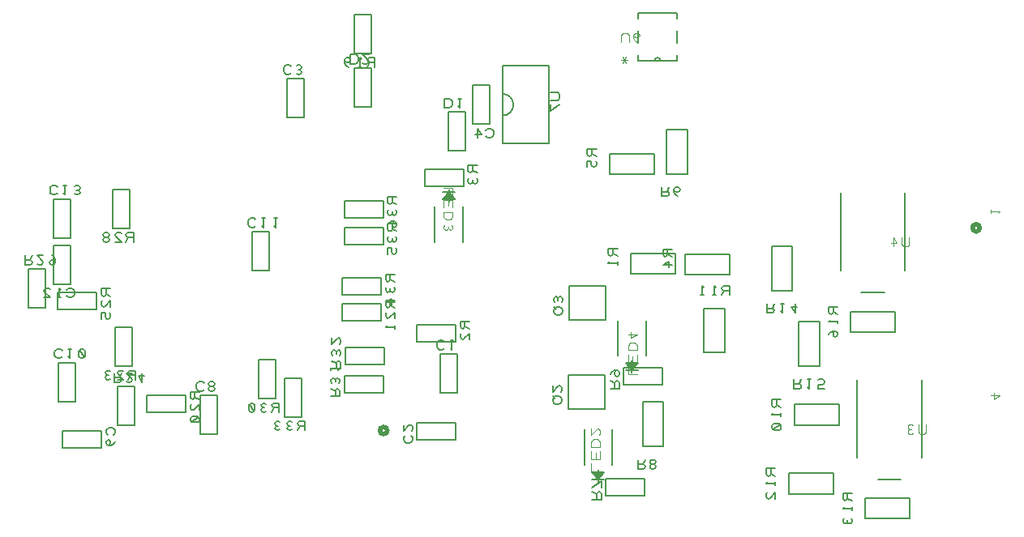
<source format=gbr>
%FSLAX35Y35*%
%MOIN*%
G04 EasyPC Gerber Version 18.0.8 Build 3632 *
%ADD80C,0.00300*%
%ADD77C,0.00500*%
%ADD79C,0.00600*%
%ADD81C,0.00800*%
%ADD78C,0.02000*%
X0Y0D02*
D02*
D77*
X18100Y124443D02*
Y120693D01*
X20288*
X20913Y121005*
X21226Y121630*
X20913Y122255*
X20288Y122567*
X18100*
X20288D02*
X21226Y124443D01*
X25600D02*
X23100D01*
X25288Y122255*
X25600Y121630*
X25288Y121005*
X24663Y120693*
X23726*
X23100Y121005*
X29038Y124443D02*
X29663Y124130D01*
X30288Y123505*
X30600Y122567*
Y121630*
X30288Y121005*
X29663Y120693*
X29038*
X28413Y121005*
X28100Y121630*
X28413Y122255*
X29038Y122567*
X29663*
X30288Y122255*
X30600Y121630*
X19600Y102880D02*
Y118880D01*
X26600*
Y102880*
X19600*
X31462Y152557D02*
X31149Y152870D01*
X30524Y153183*
X29587*
X28962Y152870*
X28649Y152557*
X28337Y151933*
Y150683*
X28649Y150057*
X28962Y149745*
X29587Y149433*
X30524*
X31149Y149745*
X31462Y150057*
X33962Y153183D02*
X35212D01*
X34587D02*
Y149433D01*
X33962Y150057*
X38649Y152870D02*
X39274Y153183D01*
X39899*
X40524Y152870*
X40837Y152245*
X40524Y151620*
X39899Y151307*
X39274*
X39899D02*
X40524Y150995D01*
X40837Y150370*
X40524Y149745*
X39899Y149433*
X39274*
X38649Y149745*
X29837Y131620D02*
Y147620D01*
X36837*
Y131620*
X29837*
X33430Y85235D02*
X33118Y85547D01*
X32493Y85860*
X31555*
X30930Y85547*
X30618Y85235*
X30305Y84610*
Y83360*
X30618Y82735*
X30930Y82422*
X31555Y82110*
X32493*
X33118Y82422*
X33430Y82735*
X35930Y85860D02*
X37180D01*
X36555D02*
Y82110D01*
X35930Y82735*
X40618Y85547D02*
X41243Y85860D01*
X41868*
X42493Y85547*
X42805Y84922*
Y83047*
X42493Y82422*
X41868Y82110*
X41243*
X40618Y82422*
X40305Y83047*
Y84922*
X40618Y85547*
X42493Y82422*
X31636Y109262D02*
X47636D01*
Y102262*
X31636*
Y109262*
X31805Y64297D02*
Y80297D01*
X38805*
Y64297*
X31805*
X33604Y52175D02*
X49604D01*
Y45175*
X33604*
Y52175*
X36837Y128722D02*
Y112722D01*
X29837*
Y128722*
X36837*
X35211Y107785D02*
X35524Y107472D01*
X36149Y107160*
X37087*
X37711Y107472*
X38024Y107785*
X38337Y108410*
Y109660*
X38024Y110285*
X37711Y110598*
X37087Y110910*
X36149*
X35524Y110598*
X35211Y110285*
X32711Y107160D02*
X31461D01*
X32087D02*
Y110910D01*
X32711Y110285*
X25837Y107160D02*
X28337D01*
X26149Y109348*
X25837Y109972*
X26149Y110598*
X26774Y110910*
X27711*
X28337Y110598*
X53198Y110762D02*
X49448D01*
Y108574*
X49761Y107949*
X50386Y107637*
X51011Y107949*
X51323Y108574*
Y110762*
Y108574D02*
X53198Y107637D01*
Y103262D02*
Y105762D01*
X51011Y103574*
X50386Y103262*
X49761Y103574*
X49448Y104199*
Y105137*
X49761Y105762*
X52886Y100762D02*
X53198Y100137D01*
Y99199*
X52886Y98574*
X52261Y98262*
X51948*
X51323Y98574*
X51011Y99199*
Y100762*
X49448*
Y98262*
X54715Y76017D02*
Y72267D01*
X56902*
X57527Y72580*
X57840Y73205*
X57527Y73830*
X56902Y74142*
X54715*
X56902D02*
X57840Y76017D01*
X62215D02*
X59715D01*
X61902Y73830*
X62215Y73205*
X61902Y72580*
X61277Y72267*
X60340*
X59715Y72580*
X66277Y76017D02*
Y72267D01*
X64715Y74767*
X67215*
X54542Y50550D02*
X54854Y50863D01*
X55167Y51488*
Y52425*
X54854Y53050*
X54542Y53363*
X53917Y53675*
X52667*
X52042Y53363*
X51729Y53050*
X51417Y52425*
Y51488*
X51729Y50863*
X52042Y50550*
X55167Y47738D02*
X54854Y47113D01*
X54229Y46488*
X53292Y46175*
X52354*
X51729Y46488*
X51417Y47113*
Y47738*
X51729Y48363*
X52354Y48675*
X52979Y48363*
X53292Y47738*
Y47113*
X52979Y46488*
X52354Y46175*
X56215Y54455D02*
Y70455D01*
X63215*
Y54455*
X56215*
X61246Y151557D02*
Y135557D01*
X54246*
Y151557*
X61246*
X62033Y94864D02*
Y78864D01*
X55033*
Y94864*
X62033*
X62746Y129994D02*
Y133744D01*
X60559*
X59933Y133432*
X59621Y132807*
X59933Y132182*
X60559Y131870*
X62746*
X60559D02*
X59621Y129994D01*
X55246D02*
X57746D01*
X55559Y132182*
X55246Y132807*
X55559Y133432*
X56183Y133744*
X57121*
X57746Y133432*
X51809Y131870D02*
X51183D01*
X50559Y132182*
X50246Y132807*
X50559Y133432*
X51183Y133744*
X51809*
X52433Y133432*
X52746Y132807*
X52433Y132182*
X51809Y131870*
X52433Y131557*
X52746Y130932*
X52433Y130307*
X51809Y129994*
X51183*
X50559Y130307*
X50246Y130932*
X50559Y131557*
X51183Y131870*
X63533Y73302D02*
Y77052D01*
X61346*
X60721Y76739*
X60408Y76114*
X60721Y75489*
X61346Y75177*
X63533*
X61346D02*
X60408Y73302D01*
X56033D02*
X58533D01*
X56346Y75489*
X56033Y76114*
X56346Y76739*
X56971Y77052*
X57908*
X58533Y76739*
X53221Y73614D02*
X52596Y73302D01*
X51971*
X51346Y73614*
X51033Y74239*
X51346Y74864*
X51971Y75177*
X52596*
X51971D02*
X51346Y75489D01*
X51033Y76114*
X51346Y76739*
X51971Y77052*
X52596*
X53221Y76739*
X68250Y66742D02*
X84250D01*
Y59742*
X68250*
Y66742*
X91698Y71849D02*
X91385Y72161D01*
X90760Y72474*
X89823*
X89198Y72161*
X88885Y71849*
X88573Y71224*
Y69974*
X88885Y69349*
X89198Y69036*
X89823Y68724*
X90760*
X91385Y69036*
X91698Y69349*
X94510Y70599D02*
X95135D01*
X95760Y70286*
X96073Y69661*
X95760Y69036*
X95135Y68724*
X94510*
X93885Y69036*
X93573Y69661*
X93885Y70286*
X94510Y70599*
X93885Y70911*
X93573Y71536*
X93885Y72161*
X94510Y72474*
X95135*
X95760Y72161*
X96073Y71536*
X95760Y70911*
X95135Y70599*
X90073Y50911D02*
Y66911D01*
X97073*
Y50911*
X90073*
X89813Y68242D02*
X86063D01*
Y66055*
X86375Y65430*
X87000Y65117*
X87625Y65430*
X87937Y66055*
Y68242*
Y66055D02*
X89813Y65117D01*
Y60742D02*
Y63242D01*
X87625Y61055*
X87000Y60742*
X86375Y61055*
X86063Y61680*
Y62617*
X86375Y63242*
X89500Y57930D02*
X89813Y57305D01*
Y56680*
X89500Y56055*
X88875Y55742*
X87000*
X86375Y56055*
X86063Y56680*
Y57305*
X86375Y57930*
X87000Y58242*
X88875*
X89500Y57930*
X86375Y56055*
X112958Y139172D02*
X112645Y139484D01*
X112020Y139797*
X111083*
X110458Y139484*
X110145Y139172*
X109833Y138547*
Y137297*
X110145Y136672*
X110458Y136359*
X111083Y136047*
X112020*
X112645Y136359*
X112958Y136672*
X115458Y139797D02*
X116708D01*
X116083D02*
Y136047D01*
X115458Y136672*
X120458Y139797D02*
X121708D01*
X121083D02*
Y136047D01*
X120458Y136672*
X111333Y118234D02*
Y134234D01*
X118333*
Y118234*
X111333*
X121089Y81478D02*
Y65478D01*
X114089*
Y81478*
X121089*
X122589Y59916D02*
Y63666D01*
X120401*
X119776Y63354*
X119463Y62728*
X119776Y62104*
X120401Y61791*
X122589*
X120401D02*
X119463Y59916D01*
X117276Y60228D02*
X116651Y59916D01*
X116026*
X115401Y60228*
X115089Y60854*
X115401Y61478*
X116026Y61791*
X116651*
X116026D02*
X115401Y62104D01*
X115089Y62728*
X115401Y63354*
X116026Y63666*
X116651*
X117276Y63354*
X112276Y60228D02*
X111651Y59916D01*
X111026*
X110401Y60228*
X110089Y60854*
Y62728*
X110401Y63354*
X111026Y63666*
X111651*
X112276Y63354*
X112589Y62728*
Y60854*
X112276Y60228*
X110401Y63354*
X127525Y202164D02*
X127212Y202476D01*
X126587Y202789*
X125650*
X125025Y202476*
X124712Y202164*
X124400Y201539*
Y200289*
X124712Y199664*
X125025Y199351*
X125650Y199039*
X126587*
X127212Y199351*
X127525Y199664*
X129712Y202476D02*
X130337Y202789D01*
X130962*
X131587Y202476*
X131900Y201851*
X131587Y201226*
X130962Y200914*
X130337*
X130962D02*
X131587Y200601D01*
X131900Y199976*
X131587Y199351*
X130962Y199039*
X130337*
X129712Y199351*
X125900Y181226D02*
Y197226D01*
X132900*
Y181226*
X125900*
X131719Y73998D02*
Y57998D01*
X124719*
Y73998*
X131719*
X133219Y52435D02*
Y56185D01*
X131031*
X130406Y55873*
X130093Y55248*
X130406Y54623*
X131031Y54311*
X133219*
X131031D02*
X130093Y52435D01*
X127906Y52748D02*
X127281Y52435D01*
X126656*
X126031Y52748*
X125719Y53373*
X126031Y53998*
X126656Y54311*
X127281*
X126656D02*
X126031Y54623D01*
X125719Y55248*
X126031Y55873*
X126656Y56185*
X127281*
X127906Y55873*
X122906Y52748D02*
X122281Y52435D01*
X121656*
X121031Y52748*
X120719Y53373*
X121031Y53998*
X121656Y54311*
X122281*
X121656D02*
X121031Y54623D01*
X120719Y55248*
X121031Y55873*
X121656Y56185*
X122281*
X122906Y55873*
X143790Y66510D02*
X147540D01*
Y68697*
X147228Y69322*
X146602Y69635*
X145978Y69322*
X145665Y68697*
Y66510*
Y68697D02*
X143790Y69635D01*
X144102Y71822D02*
X143790Y72447D01*
Y73072*
X144102Y73697*
X144728Y74010*
X145352Y73697*
X145665Y73072*
Y72447*
Y73072D02*
X145978Y73697D01*
X146602Y74010*
X147228Y73697*
X147540Y73072*
Y72447*
X147228Y71822*
X143790Y77135D02*
Y78385D01*
Y77760D02*
X147540D01*
X146915Y77135*
X144183Y77927D02*
X147933D01*
Y80115*
X147621Y80740*
X146996Y81052*
X146371Y80740*
X146059Y80115*
Y77927*
Y80115D02*
X144183Y81052D01*
X144496Y83240D02*
X144183Y83865D01*
Y84490*
X144496Y85115*
X145121Y85427*
X145746Y85115*
X146059Y84490*
Y83865*
Y84490D02*
X146371Y85115D01*
X146996Y85427*
X147621Y85115*
X147933Y84490*
Y83865*
X147621Y83240*
X144183Y90427D02*
Y87927D01*
X146371Y90115*
X146996Y90427*
X147621Y90115*
X147933Y89490*
Y88552*
X147621Y87927*
X148565Y104537D02*
X164565D01*
Y97537*
X148565*
Y104537*
Y115167D02*
X164565D01*
Y108167*
X148565*
Y115167*
X149352Y136033D02*
X165352D01*
Y129033*
X149352*
Y136033*
Y147057D02*
X165352D01*
Y140057*
X149352*
Y147057*
X151959Y207120D02*
Y203370D01*
X153834*
X154459Y203682*
X154771Y203994*
X155084Y204620*
Y205870*
X154771Y206494*
X154459Y206807*
X153834Y207120*
X151959*
X159459D02*
X156959D01*
X159146Y204932*
X159459Y204307*
X159146Y203682*
X158521Y203370*
X157584*
X156959Y203682*
X153459Y185557D02*
Y201557D01*
X160459*
Y185557*
X153459*
X160459Y223604D02*
Y207604D01*
X153459*
Y223604*
X160459*
X161959Y202042D02*
Y205792D01*
X159771*
X159146Y205480*
X158833Y204854*
X159146Y204230*
X159771Y203917*
X161959*
X159771D02*
X158833Y202042D01*
X156333D02*
X155083D01*
X155709D02*
Y205792D01*
X156333Y205167*
X151021Y202042D02*
X150396Y202354D01*
X149771Y202980*
X149459Y203917*
Y204854*
X149771Y205480*
X150396Y205792*
X151021*
X151646Y205480*
X151959Y204854*
X151646Y204230*
X151021Y203917*
X150396*
X149771Y204230*
X149459Y204854*
X165352Y68010D02*
X149352D01*
Y75010*
X165352*
Y68010*
X165746Y79427D02*
X149746D01*
Y86427*
X165746*
Y79427*
X170128Y106037D02*
X166378D01*
Y103850*
X166690Y103225*
X167315Y102912*
X167940Y103225*
X168252Y103850*
Y106037*
Y103850D02*
X170128Y102912D01*
Y98537D02*
Y101037D01*
X167940Y98850*
X167315Y98537*
X166690Y98850*
X166378Y99475*
Y100412*
X166690Y101037*
X170128Y95412D02*
Y94162D01*
Y94787D02*
X166378D01*
X167002Y95412*
X170128Y116667D02*
X166378D01*
Y114480*
X166690Y113855*
X167315Y113542*
X167940Y113855*
X168252Y114480*
Y116667*
Y114480D02*
X170128Y113542D01*
X169815Y111355D02*
X170128Y110730D01*
Y110105*
X169815Y109480*
X169190Y109167*
X168565Y109480*
X168252Y110105*
Y110730*
Y110105D02*
X167940Y109480D01*
X167315Y109167*
X166690Y109480*
X166378Y110105*
Y110730*
X166690Y111355*
X170128Y105105D02*
X166378D01*
X168878Y106667*
Y104167*
X170915Y137533D02*
X167165D01*
Y135346*
X167477Y134721*
X168102Y134408*
X168727Y134721*
X169040Y135346*
Y137533*
Y135346D02*
X170915Y134408D01*
X170602Y132221D02*
X170915Y131596D01*
Y130971*
X170602Y130346*
X169977Y130033*
X169352Y130346*
X169040Y130971*
Y131596*
Y130971D02*
X168727Y130346D01*
X168102Y130033*
X167477Y130346*
X167165Y130971*
Y131596*
X167477Y132221*
X170602Y127533D02*
X170915Y126908D01*
Y125971*
X170602Y125346*
X169977Y125033*
X169665*
X169040Y125346*
X168727Y125971*
Y127533*
X167165*
Y125033*
X170915Y148557D02*
X167165D01*
Y146370*
X167477Y145744*
X168102Y145432*
X168727Y145744*
X169040Y146370*
Y148557*
Y146370D02*
X170915Y145432D01*
X170602Y143244D02*
X170915Y142620D01*
Y141994*
X170602Y141370*
X169977Y141057*
X169352Y141370*
X169040Y141994*
Y142620*
Y141994D02*
X168727Y141370D01*
X168102Y141057*
X167477Y141370*
X167165Y141994*
Y142620*
X167477Y143244*
X169977Y138557D02*
X169352Y138244D01*
X169040Y137620*
Y136994*
X169352Y136370*
X169977Y136057*
X170602Y136370*
X170915Y136994*
Y137620*
X170602Y138244*
X169977Y138557*
X169040*
X168102Y138244*
X167477Y137620*
X167165Y136994*
X174336Y50344D02*
X174024Y50031D01*
X173711Y49406*
Y48469*
X174024Y47844*
X174336Y47531*
X174961Y47219*
X176211*
X176836Y47531*
X177149Y47844*
X177461Y48469*
Y49406*
X177149Y50031*
X176836Y50344*
X173711Y54719D02*
Y52219D01*
X175899Y54406*
X176524Y54719*
X177149Y54406*
X177461Y53781*
Y52844*
X177149Y52219*
X179274Y95876D02*
X195274D01*
Y88876*
X179274*
Y95876*
X182423Y160049D02*
X198423D01*
Y153049*
X182423*
Y160049*
X190517Y88778D02*
X190204Y89091D01*
X189579Y89403*
X188642*
X188017Y89091*
X187704Y88778*
X187392Y88153*
Y86903*
X187704Y86278*
X188017Y85965*
X188642Y85653*
X189579*
X190204Y85965*
X190517Y86278*
X193017Y89403D02*
X194267D01*
X193642D02*
Y85653D01*
X193017Y86278*
X188892Y67841D02*
Y83841D01*
X195892*
Y67841*
X188892*
X190541Y189009D02*
Y185259D01*
X192417*
X193041Y185572*
X193354Y185884*
X193667Y186509*
Y187759*
X193354Y188384*
X193041Y188697*
X192417Y189009*
X190541*
X196167D02*
X197417D01*
X196791D02*
Y185259D01*
X196167Y185884*
X192041Y167447D02*
Y183447D01*
X199041*
Y167447*
X192041*
X195274Y48719D02*
X179274D01*
Y55719*
X195274*
Y48719*
X200836Y97376D02*
X197086D01*
Y95189*
X197398Y94563*
X198024Y94251*
X198648Y94563*
X198961Y95189*
Y97376*
Y95189D02*
X200836Y94251D01*
Y89876D02*
Y92376D01*
X198648Y90189*
X198024Y89876*
X197398Y90189*
X197086Y90813*
Y91751*
X197398Y92376*
X203986Y161549D02*
X200236D01*
Y159362*
X200548Y158737*
X201173Y158424*
X201798Y158737*
X202111Y159362*
Y161549*
Y159362D02*
X203986Y158424D01*
X203673Y156237D02*
X203986Y155612D01*
Y154987*
X203673Y154362*
X203048Y154049*
X202423Y154362*
X202111Y154987*
Y155612*
Y154987D02*
X201798Y154362D01*
X201173Y154049*
X200548Y154362*
X200236Y154987*
Y155612*
X200548Y156237*
X209278Y194470D02*
Y178470D01*
X202278*
Y194470*
X209278*
X207652Y173533D02*
X207965Y173220D01*
X208590Y172908*
X209528*
X210152Y173220*
X210465Y173533*
X210778Y174158*
Y175408*
X210465Y176033*
X210152Y176346*
X209528Y176658*
X208590*
X207965Y176346*
X207652Y176033*
X204215Y172908D02*
Y176658D01*
X205778Y174158*
X203278*
X214388Y181970D02*
G75*
G03X218888Y186470J4500D01*
G01*
G75*
G03X214388Y190970I-4500*
G01*
Y202470D02*
X233388D01*
Y170470*
X214388*
Y202470*
X236272Y63360D02*
X237522D01*
X238147Y63673*
X238460Y63985*
X238772Y64610*
Y65235*
X238460Y65860*
X238147Y66173*
X237522Y66485*
X236272*
X235647Y66173*
X235335Y65860*
X235022Y65235*
Y64610*
X235335Y63985*
X235647Y63673*
X236272Y63360*
X235960Y65548D02*
X235022Y66485D01*
Y70860D02*
Y68360D01*
X237210Y70548*
X237835Y70860*
X238460Y70548*
X238772Y69923*
Y68985*
X238460Y68360*
X236666Y99974D02*
X237916D01*
X238541Y100287*
X238854Y100600*
X239166Y101224*
Y101850*
X238854Y102474*
X238541Y102787*
X237916Y103100*
X236666*
X236041Y102787*
X235728Y102474*
X235416Y101850*
Y101224*
X235728Y100600*
X236041Y100287*
X236666Y99974*
X236354Y102162D02*
X235416Y103100D01*
X235728Y105287D02*
X235416Y105912D01*
Y106537*
X235728Y107162*
X236354Y107474*
X236978Y107162*
X237291Y106537*
Y105912*
Y106537D02*
X237604Y107162D01*
X238228Y107474*
X238854Y107162*
X239166Y106537*
Y105912*
X238854Y105287*
X234200Y191470D02*
X237013D01*
X237638Y191158*
X237950Y190533*
Y189283*
X237638Y188658*
X237013Y188345*
X234200*
X237950Y186470D02*
X234200Y183970D01*
Y186470*
X251270Y23990D02*
X255020D01*
Y26178*
X254708Y26803*
X254083Y27115*
X253458Y26803*
X253145Y26178*
Y23990*
Y26178D02*
X251270Y27115D01*
Y28990D02*
X255020Y31490D01*
Y28990*
X253001Y168311D02*
X249251D01*
Y166124*
X249563Y165498*
X250189Y165186*
X250813Y165498*
X251126Y166124*
Y168311*
Y166124D02*
X253001Y165186D01*
X252689Y163311D02*
X253001Y162686D01*
Y161748*
X252689Y161124*
X252063Y160811*
X251751*
X251126Y161124*
X250813Y161748*
Y163311*
X249251*
Y160811*
X256585Y61360D02*
X241585D01*
Y75360*
X256585*
Y61460*
X256978Y97974D02*
X241978D01*
Y111974*
X256978*
Y98074*
X258750Y69659D02*
X262500D01*
Y71847*
X262188Y72472*
X261563Y72785*
X260938Y72472*
X260626Y71847*
Y69659*
Y71847D02*
X258750Y72785D01*
Y75597D02*
X259063Y76222D01*
X259688Y76847*
X260626Y77159*
X261563*
X262188Y76847*
X262500Y76222*
Y75597*
X262188Y74972*
X261563Y74659*
X260938Y74972*
X260626Y75597*
Y76222*
X260938Y76847*
X261563Y77159*
X261663Y127366D02*
X257913D01*
Y125179*
X258225Y124554*
X258850Y124241*
X259475Y124554*
X259787Y125179*
Y127366*
Y125179D02*
X261663Y124241D01*
Y121741D02*
Y120491D01*
Y121116D02*
X257913D01*
X258537Y121741*
X270000Y40387D02*
Y36637D01*
X272187*
X272813Y36949*
X273125Y37574*
X272813Y38199*
X272187Y38512*
X270000*
X272187D02*
X273125Y40387D01*
X275937Y38512D02*
X276563D01*
X277187Y38199*
X277500Y37574*
X277187Y36949*
X276563Y36637*
X275937*
X275313Y36949*
X275000Y37574*
X275313Y38199*
X275937Y38512*
X275313Y38824*
X275000Y39449*
X275313Y40074*
X275937Y40387*
X276563*
X277187Y40074*
X277500Y39449*
X277187Y38824*
X276563Y38512*
X272833Y25490D02*
X256833D01*
Y32490*
X272833*
Y25490*
X279843Y152592D02*
Y148842D01*
X282030*
X282655Y149154*
X282968Y149779*
X282655Y150404*
X282030Y150717*
X279843*
X282030D02*
X282968Y152592D01*
X284843Y151654D02*
X285155Y151029D01*
X285780Y150717*
X286405*
X287030Y151029*
X287343Y151654*
X287030Y152279*
X286405Y152592*
X285780*
X285155Y152279*
X284843Y151654*
Y150717*
X285155Y149779*
X285780Y149154*
X286405Y148842*
X280313Y71159D02*
X264313D01*
Y78159*
X280313*
Y71159*
X284104Y126972D02*
X280354D01*
Y124785*
X280666Y124160*
X281291Y123847*
X281916Y124160*
X282228Y124785*
Y126972*
Y124785D02*
X284104Y123847D01*
Y120410D02*
X280354D01*
X282854Y121972*
Y119472*
X307697Y108144D02*
Y111894D01*
X305509*
X304884Y111582*
X304572Y110957*
X304884Y110332*
X305509Y110020*
X307697*
X305509D02*
X304572Y108144D01*
X302072D02*
X300822D01*
X301447D02*
Y111894D01*
X302072Y111270*
X297072Y108144D02*
X295822D01*
X296447D02*
Y111894D01*
X297072Y111270*
X323150Y104560D02*
Y100810D01*
X325337*
X325962Y101122*
X326275Y101748*
X325962Y102372*
X325337Y102685*
X323150*
X325337D02*
X326275Y104560D01*
X328775D02*
X330025D01*
X329400D02*
Y100810D01*
X328775Y101435*
X334712Y104560D02*
Y100810D01*
X333150Y103310*
X335650*
X326623Y36815D02*
X322873D01*
Y34628*
X323185Y34002*
X323811Y33690*
X324435Y34002*
X324748Y34628*
Y36815*
Y34628D02*
X326623Y33690D01*
Y31190D02*
Y29940D01*
Y30565D02*
X322873D01*
X323498Y31190*
X326623Y24315D02*
Y26815D01*
X324435Y24628*
X323811Y24315*
X323185Y24628*
X322873Y25252*
Y26190*
X323185Y26815*
X328985Y65161D02*
X325235D01*
Y62974*
X325548Y62349*
X326173Y62036*
X326798Y62349*
X327110Y62974*
Y65161*
Y62974D02*
X328985Y62036D01*
Y59536D02*
Y58286D01*
Y58911D02*
X325235D01*
X325860Y59536*
X328673Y54849D02*
X328985Y54224D01*
Y53599*
X328673Y52974*
X328048Y52661*
X326173*
X325548Y52974*
X325235Y53599*
Y54224*
X325548Y54849*
X326173Y55161*
X328048*
X328673Y54849*
X325548Y52974*
X334173Y73458D02*
Y69708D01*
X336361*
X336986Y70020*
X337298Y70645*
X336986Y71270*
X336361Y71583*
X334173*
X336361D02*
X337298Y73458D01*
X339798D02*
X341048D01*
X340423D02*
Y69708D01*
X339798Y70333*
X344173Y73145D02*
X344798Y73458D01*
X345736*
X346361Y73145*
X346673Y72520*
Y72208*
X346361Y71583*
X345736Y71270*
X344173*
Y69708*
X346673*
X352214Y103350D02*
X348464D01*
Y101163*
X348776Y100538*
X349401Y100225*
X350026Y100538*
X350339Y101163*
Y103350*
Y101163D02*
X352214Y100225D01*
Y97725D02*
Y96475D01*
Y97100D02*
X348464D01*
X349089Y97725*
X351276Y93350D02*
X350651Y93038D01*
X350339Y92413*
Y91788*
X350651Y91163*
X351276Y90850*
X351901Y91163*
X352214Y91788*
Y92413*
X351901Y93038*
X351276Y93350*
X350339*
X349401Y93038*
X348776Y92413*
X348464Y91788*
X358119Y26579D02*
X354369D01*
Y24391*
X354681Y23766*
X355307Y23454*
X355931Y23766*
X356244Y24391*
Y26579*
Y24391D02*
X358119Y23454D01*
Y20954D02*
Y19704D01*
Y20329D02*
X354369D01*
X354994Y20954*
X357807Y16266D02*
X358119Y15641D01*
Y15016*
X357807Y14391*
X357181Y14079*
X356557Y14391*
X356244Y15016*
Y15641*
Y15016D02*
X355931Y14391D01*
X355307Y14079*
X354681Y14391*
X354369Y15016*
Y15641*
X354681Y16266*
D02*
D78*
X165522Y53876D02*
G75*
G03Y50876J-1500D01*
G01*
G75*
G03Y53876J1500*
G01*
X409144Y134317D02*
G75*
G03Y137317J1500D01*
G01*
G75*
G03Y134317J-1500*
G01*
D02*
D79*
X186592Y129958D02*
Y144558D01*
X189892Y150558D02*
X194892D01*
X190392Y147558D02*
X192392Y150558D01*
X189892Y147558*
X194892*
X192392Y150558*
X191892Y147558*
X190892D02*
X192392Y150558D01*
X191392Y147558*
X192392Y146558D02*
Y151558D01*
X193392Y147558D02*
X192392Y150558D01*
X192892Y147558*
X194392D02*
X192392Y150558D01*
X193892Y147558*
X198192Y144558D02*
Y129958D01*
X248009Y38226D02*
Y52826D01*
X251809Y35226D02*
X253809Y32226D01*
X252309Y35226*
X252809D02*
X253809Y32226D01*
X253309Y35226*
X253809Y36226D02*
Y31226D01*
X255309Y35226D02*
X253809Y32226D01*
X254809Y35226*
X255809D02*
X253809Y32226D01*
X256309Y35226*
X251309*
X253809Y32226*
X254309Y35226*
X256309Y32226D02*
X251309D01*
X259609Y52826D02*
Y38226D01*
X261789Y83107D02*
Y97707D01*
X265589Y80107D02*
X267589Y77107D01*
X266089Y80107*
X266589D02*
X267589Y77107D01*
X267089Y80107*
X267589Y81107D02*
Y76107D01*
X269089Y80107D02*
X267589Y77107D01*
X268589Y80107*
X269589D02*
X267589Y77107D01*
X270089Y80107*
X265089*
X267589Y77107*
X268089Y80107*
X270089Y77107D02*
X265089D01*
X270169Y211947D02*
Y216899D01*
Y221947D02*
Y224173D01*
X286269*
Y221947*
X273389Y97707D02*
Y83107D01*
X277019Y204673D02*
G75*
G02X279419I1200D01*
G01*
X286269Y206899D02*
Y204673D01*
X270169*
Y206899*
X286269Y216899D02*
Y211947D01*
X353394Y118368D02*
Y150267D01*
X360244Y41163D02*
Y73062D01*
X371380Y109367D02*
X361907D01*
X378230Y32162D02*
X368758D01*
X379894Y150267D02*
Y118368D01*
X386744Y73062D02*
Y41163D01*
D02*
D80*
X190204Y152258D02*
X193954D01*
Y149133*
Y147258D02*
X190204D01*
Y144133*
X192079Y144758D02*
Y147258D01*
X193954D02*
Y144133D01*
Y142258D02*
X190204D01*
Y140383*
X190517Y139758*
X190829Y139445*
X191454Y139133*
X192704*
X193329Y139445*
X193642Y139758*
X193954Y140383*
Y142258*
X193642Y136945D02*
X193954Y136320D01*
Y135695*
X193642Y135070*
X193017Y134758*
X192392Y135070*
X192079Y135695*
Y136320*
Y135695D02*
X191767Y135070D01*
X191142Y134758*
X190517Y135070*
X190204Y135695*
Y136320*
X190517Y136945*
X254559Y35644D02*
X250809D01*
Y38769*
Y40644D02*
X254559D01*
Y43769*
X252685Y43144D02*
Y40644D01*
X250809D02*
Y43769D01*
Y45644D02*
X254559D01*
Y47519*
X254247Y48144*
X253935Y48456*
X253309Y48769*
X252059*
X251435Y48456*
X251122Y48144*
X250809Y47519*
Y45644*
Y53144D02*
Y50644D01*
X252997Y52831*
X253622Y53144*
X254247Y52831*
X254559Y52206*
Y51269*
X254247Y50644*
X263219Y204836D02*
X265719D01*
X263844Y206086D02*
X265094Y203586D01*
X263844D02*
X265094Y206086D01*
X263219Y212236D02*
Y215048D01*
X263531Y215673*
X264156Y215986*
X265406*
X266031Y215673*
X266344Y215048*
Y212236*
X268219Y215048D02*
X268531Y214423D01*
X269156Y214111*
X269781*
X270406Y214423*
X270719Y215048*
X270406Y215673*
X269781Y215986*
X269156*
X268531Y215673*
X268219Y215048*
Y214111*
X268531Y213173*
X269156Y212548*
X269781Y212236*
X269776Y75407D02*
X266026D01*
Y78533*
Y80407D02*
X269776D01*
Y83533*
X267901Y82907D02*
Y80407D01*
X266026D02*
Y83533D01*
Y85407D02*
X269776D01*
Y87283*
X269464Y87907*
X269151Y88220*
X268526Y88533*
X267276*
X266651Y88220*
X266339Y87907*
X266026Y87283*
Y85407*
Y91970D02*
X269776D01*
X267276Y90407*
Y92907*
X381644Y132004D02*
Y129192D01*
X381331Y128567*
X380706Y128254*
X379456*
X378831Y128567*
X378519Y129192*
Y132004*
X375081Y128254D02*
Y132004D01*
X376644Y129504*
X374144*
X388494Y54800D02*
Y51987D01*
X388181Y51362*
X387557Y51050*
X386307*
X385681Y51362*
X385369Y51987*
Y54800*
X383181Y51362D02*
X382557Y51050D01*
X381931*
X381307Y51362*
X380994Y51987*
X381307Y52612*
X381931Y52925*
X382557*
X381931D02*
X381307Y53237D01*
X380994Y53862*
X381307Y54487*
X381931Y54800*
X382557*
X383181Y54487*
X415081Y66880D02*
X418831D01*
X416331Y65317*
Y67817*
X415081Y66880D02*
X418831D01*
X416331Y65317*
Y67817*
X415081Y141942D02*
Y143192D01*
Y142567D02*
X418831D01*
X418206Y141942*
X415081D02*
Y143192D01*
Y142567D02*
X418831D01*
X418206Y141942*
D02*
D81*
X258439Y166311D02*
Y157811D01*
X276739*
Y166311*
X258439*
X267100Y125366D02*
Y116866D01*
X285400*
Y125366*
X267100*
X272000Y45824D02*
X280500D01*
Y64124*
X272000*
Y45824*
X281843Y158029D02*
X290343D01*
Y176329*
X281843*
Y158029*
X289541Y124972D02*
Y116472D01*
X307841*
Y124972*
X289541*
X305697Y102707D02*
X297197D01*
Y84407*
X305697*
Y102707*
X325150Y109998D02*
X333650D01*
Y128298*
X325150*
Y109998*
X332061Y34815D02*
Y26315D01*
X350361*
Y34815*
X332061*
X334423Y63161D02*
Y54661D01*
X352723*
Y63161*
X334423*
X336173Y78895D02*
X344673D01*
Y97195*
X336173*
Y78895*
X357651Y101350D02*
Y92850D01*
X375951*
Y101350*
X357651*
X363557Y24579D02*
Y16079D01*
X381857*
Y24579*
X363557*
X0Y0D02*
M02*

</source>
